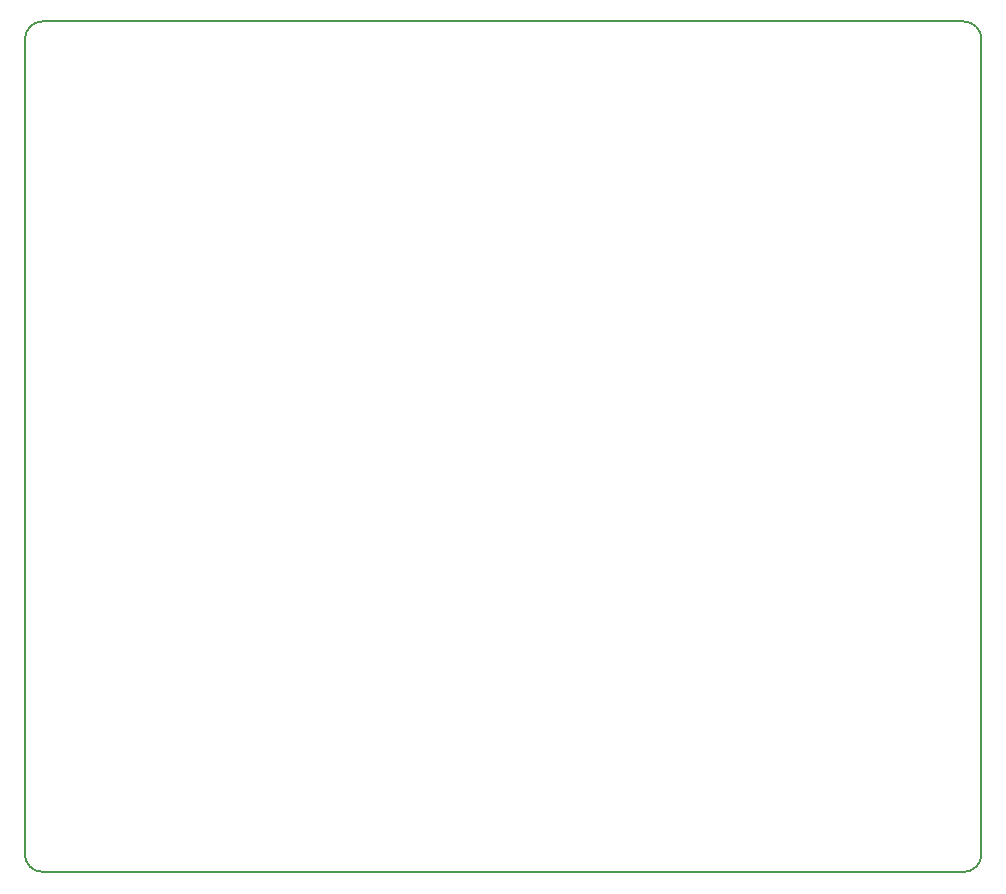
<source format=gbr>
G04 DipTrace 2.05 beta*
%INBoard Outline.gbr*%
%MOIN*%
%ADD10C,0.0098*%
%ADD11C,0.0055*%
%ADD12C,0.003*%
%ADD13C,0.0197*%
%ADD14C,0.0394*%
%ADD15C,0.02*%
%ADD16C,0.03*%
%ADD17C,0.0138*%
%ADD18C,0.0157*%
%ADD19C,0.0118*%
%ADD20C,0.0787*%
%ADD21C,0.0165*%
%ADD22C,0.015*%
%ADD23C,0.0079*%
%ADD24C,0.025*%
%ADD25R,0.056X0.06*%
%ADD26R,0.06X0.056*%
%ADD27R,0.064X0.064*%
%ADD28R,0.07X0.102*%
%ADD29R,0.0709X0.1043*%
%ADD30R,0.0276X0.0276*%
%ADD31R,0.0591X0.0512*%
%ADD32R,0.048X0.063*%
%ADD33R,0.0512X0.0591*%
%ADD34R,0.0866X0.0945*%
%ADD35R,0.0945X0.0866*%
%ADD36R,0.063X0.048*%
%ADD37O,0.0984X0.0709*%
%ADD38R,0.0984X0.0709*%
%ADD39R,0.0787X0.0787*%
%ADD40C,0.0787*%
%ADD41R,0.1063X0.0669*%
%ADD42O,0.1063X0.0669*%
%ADD43R,0.0984X0.0787*%
%ADD44R,0.122X0.0217*%
%ADD45C,0.01*%
%ADD46O,0.065X0.1*%
%ADD47R,0.0591X0.0591*%
%ADD48C,0.0591*%
%ADD49R,0.0669X0.1063*%
%ADD50O,0.0669X0.1063*%
%ADD51R,0.06X0.06*%
%ADD52C,0.06*%
%ADD53R,0.0472X0.0394*%
%ADD54R,0.0394X0.0472*%
%ADD55R,0.1772X0.1102*%
%ADD56R,0.1004X0.2953*%
%ADD57R,0.0551X0.0512*%
%ADD58R,0.1063X0.0472*%
%ADD59C,0.0827*%
%ADD60C,0.0906*%
%ADD61C,0.0373*%
%ADD62R,0.0709X0.0197*%
%ADD63R,0.0197X0.0709*%
%ADD64R,0.05X0.015*%
%ADD65R,0.065X0.0157*%
%ADD66O,0.0134X0.0143*%
%ADD67R,0.0165X0.0701*%
%ADD68R,0.08X0.026*%
%ADD69O,0.0143X0.0134*%
%ADD70R,0.0701X0.0165*%
%ADD71C,0.248*%
%ADD72C,0.1732*%
%ADD73C,0.1378*%
%ADD74C,0.1575*%
%ADD75C,0.0512*%
%ADD76C,0.04*%
%ADD77C,0.0191*%
%ADD78C,0.0354*%
%ADD79C,0.128*%
%ADD80C,0.0295*%
%ADD81C,0.0335*%
%ADD82C,0.035*%
%ADD83C,0.038*%
%ADD84C,0.126*%
%ADD85C,0.0236*%
%ADD86C,0.0479*%
%ADD87C,0.0321*%
%ADD88C,0.0433*%
%ADD89C,0.1654*%
%ADD90C,0.1496*%
%ADD91C,0.1457*%
%ADD92C,0.1299*%
%ADD93C,0.1811*%
%ADD94C,0.2559*%
%ADD95C,0.2402*%
%ADD96R,0.078X0.0244*%
%ADD97R,0.0622X0.0087*%
%ADD98R,0.0879X0.0339*%
%ADD99R,0.0721X0.0181*%
%ADD100R,0.0244X0.078*%
%ADD101R,0.0087X0.0622*%
%ADD102R,0.0728X0.0236*%
%ADD103R,0.0571X0.0079*%
%ADD104R,0.0579X0.0228*%
%ADD105R,0.0421X0.0071*%
%ADD106R,0.0276X0.0787*%
%ADD107R,0.0118X0.063*%
%ADD108R,0.0787X0.0276*%
%ADD109R,0.063X0.0118*%
%ADD110C,0.0984*%
%ADD111C,0.0748*%
%ADD112R,0.1142X0.0551*%
%ADD113R,0.0984X0.0394*%
%ADD114R,0.063X0.0591*%
%ADD115R,0.0472X0.0433*%
%ADD116R,0.1083X0.3031*%
%ADD117R,0.0925X0.2874*%
%ADD118R,0.185X0.1181*%
%ADD119R,0.1693X0.1024*%
%ADD120R,0.0472X0.0551*%
%ADD121R,0.0315X0.0394*%
%ADD122R,0.0551X0.0472*%
%ADD123R,0.0394X0.0315*%
%ADD124C,0.0679*%
%ADD125C,0.0521*%
%ADD126R,0.0679X0.0679*%
%ADD127R,0.0521X0.0521*%
%ADD128O,0.0748X0.1142*%
%ADD129O,0.0591X0.0984*%
%ADD130R,0.0748X0.1142*%
%ADD131R,0.0591X0.0984*%
%ADD132C,0.0669*%
%ADD133R,0.0669X0.0669*%
%ADD134R,0.0512X0.0512*%
%ADD135O,0.0729X0.1079*%
%ADD136O,0.0571X0.0921*%
%ADD137R,0.1299X0.0295*%
%ADD138R,0.1142X0.0138*%
%ADD139R,0.1063X0.0866*%
%ADD140R,0.0906X0.0709*%
%ADD141O,0.1142X0.0748*%
%ADD142O,0.0984X0.0591*%
%ADD143R,0.1142X0.0748*%
%ADD144R,0.0984X0.0591*%
%ADD145C,0.0866*%
%ADD146C,0.0709*%
%ADD147R,0.0866X0.0866*%
%ADD148R,0.0709X0.0709*%
%ADD149R,0.1063X0.0787*%
%ADD150R,0.0906X0.063*%
%ADD151O,0.1063X0.0787*%
%ADD152O,0.0906X0.063*%
%ADD153R,0.0709X0.0559*%
%ADD154R,0.0551X0.0401*%
%ADD155R,0.1024X0.0945*%
%ADD156R,0.0866X0.0787*%
%ADD157R,0.0945X0.1024*%
%ADD158R,0.0787X0.0866*%
%ADD159R,0.0591X0.0669*%
%ADD160R,0.0433X0.0512*%
%ADD161R,0.0559X0.0709*%
%ADD162R,0.0401X0.0551*%
%ADD163R,0.0669X0.0591*%
%ADD164R,0.0512X0.0433*%
%ADD165R,0.0354X0.0354*%
%ADD166R,0.0197X0.0197*%
%ADD167R,0.0787X0.1122*%
%ADD168R,0.063X0.0965*%
%ADD169R,0.0779X0.1099*%
%ADD170R,0.0621X0.0941*%
%ADD171R,0.0719X0.0719*%
%ADD172R,0.0561X0.0561*%
%ADD173R,0.0679X0.0639*%
%ADD174R,0.0521X0.0481*%
%ADD175R,0.0639X0.0679*%
%ADD176R,0.0481X0.0521*%
%ADD177C,0.0866*%
%ADD178C,0.0709*%
%ADD179C,0.0062*%
%ADD180C,0.0093*%
%ADD181C,0.0077*%
%ADD182C,0.0046*%
%ADD183C,0.0232*%
%ADD184C,0.0185*%
%ADD185C,0.017*%
%ADD186C,0.0124*%
%FSLAX44Y44*%
%SFA1B1*%
%OFA0B0*%
G04*
G70*
G90*
G75*
G01*
%LNBoardOutline*%
%LPD*%
X625Y-28378D2*
G54D11*
X31334D1*
G03X31924Y-27787I0J591D01*
G01*
Y-622D1*
G03X31334Y-32I-591J0D01*
G01*
X625D1*
G03X35Y-622I0J-591D01*
G01*
Y-27787D1*
G03X625Y-28378I591J0D01*
G01*
M02*

</source>
